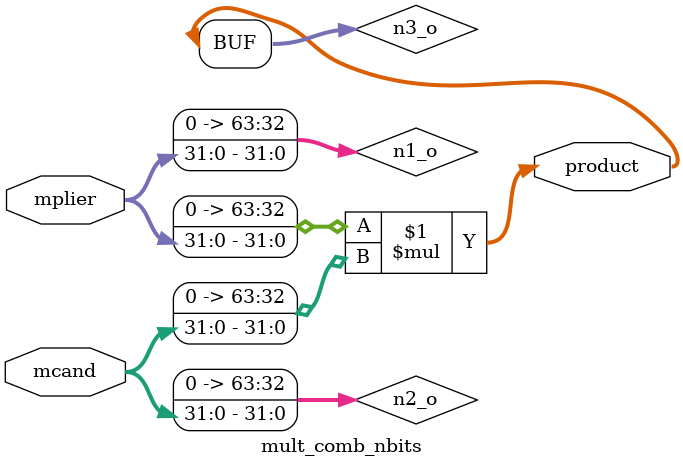
<source format=v>
module mult_comb_nbits
  (input  [31:0] mplier,
   input  [31:0] mcand,
   output [63:0] product);
  wire [63:0] n1_o;
  wire [63:0] n2_o;
  wire [63:0] n3_o;
  assign product = n3_o;
  /* src/mult_comb_nbits.vhdl:15:50  */
  assign n1_o = {32'b0, mplier};  //  uext
  /* src/mult_comb_nbits.vhdl:15:50  */
  assign n2_o = {32'b0, mcand};  //  uext
  /* src/mult_comb_nbits.vhdl:15:50  */
  assign n3_o = n1_o * n2_o; // umul
endmodule


</source>
